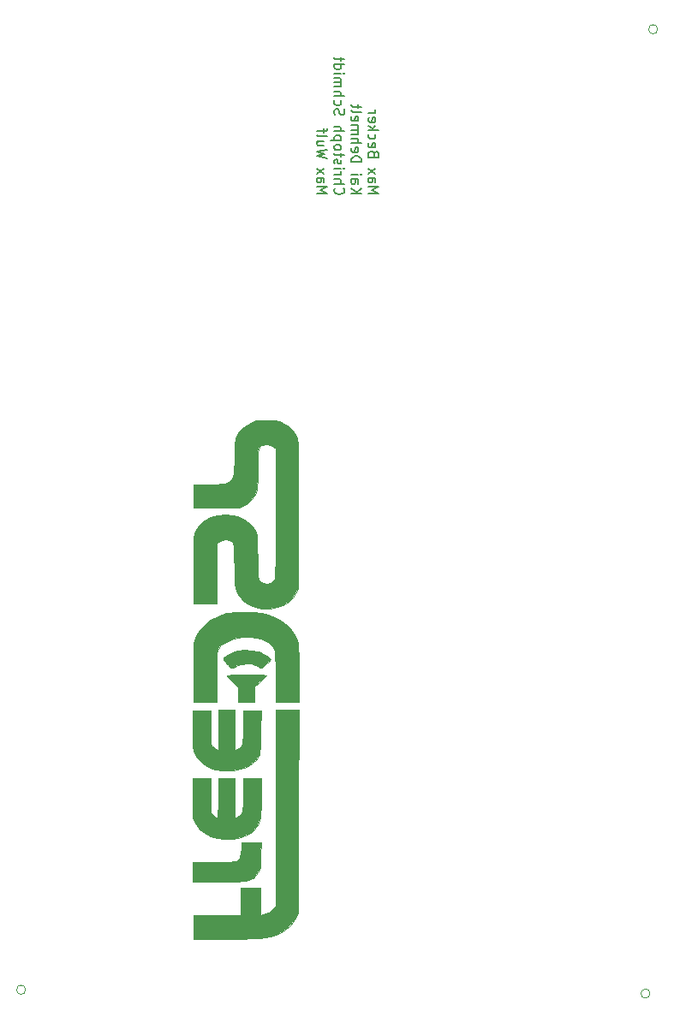
<source format=gbo>
G04 #@! TF.FileFunction,Legend,Bot*
%FSLAX46Y46*%
G04 Gerber Fmt 4.6, Leading zero omitted, Abs format (unit mm)*
G04 Created by KiCad (PCBNEW 4.0.6-e0-6349~52~ubuntu16.10.1) date Mon Jun 12 13:42:03 2017*
%MOMM*%
%LPD*%
G01*
G04 APERTURE LIST*
%ADD10C,0.100000*%
%ADD11C,0.200000*%
%ADD12C,0.010000*%
G04 APERTURE END LIST*
D10*
D11*
X106745619Y-76469905D02*
X107745619Y-76469905D01*
X107031333Y-76136571D01*
X107745619Y-75803238D01*
X106745619Y-75803238D01*
X106745619Y-74898476D02*
X107269429Y-74898476D01*
X107364667Y-74946095D01*
X107412286Y-75041333D01*
X107412286Y-75231810D01*
X107364667Y-75327048D01*
X106793238Y-74898476D02*
X106745619Y-74993714D01*
X106745619Y-75231810D01*
X106793238Y-75327048D01*
X106888476Y-75374667D01*
X106983714Y-75374667D01*
X107078952Y-75327048D01*
X107126571Y-75231810D01*
X107126571Y-74993714D01*
X107174190Y-74898476D01*
X106745619Y-74517524D02*
X107412286Y-73993714D01*
X107412286Y-74517524D02*
X106745619Y-73993714D01*
X107269429Y-72517523D02*
X107221810Y-72374666D01*
X107174190Y-72327047D01*
X107078952Y-72279428D01*
X106936095Y-72279428D01*
X106840857Y-72327047D01*
X106793238Y-72374666D01*
X106745619Y-72469904D01*
X106745619Y-72850857D01*
X107745619Y-72850857D01*
X107745619Y-72517523D01*
X107698000Y-72422285D01*
X107650381Y-72374666D01*
X107555143Y-72327047D01*
X107459905Y-72327047D01*
X107364667Y-72374666D01*
X107317048Y-72422285D01*
X107269429Y-72517523D01*
X107269429Y-72850857D01*
X106793238Y-71469904D02*
X106745619Y-71565142D01*
X106745619Y-71755619D01*
X106793238Y-71850857D01*
X106888476Y-71898476D01*
X107269429Y-71898476D01*
X107364667Y-71850857D01*
X107412286Y-71755619D01*
X107412286Y-71565142D01*
X107364667Y-71469904D01*
X107269429Y-71422285D01*
X107174190Y-71422285D01*
X107078952Y-71898476D01*
X106793238Y-70565142D02*
X106745619Y-70660380D01*
X106745619Y-70850857D01*
X106793238Y-70946095D01*
X106840857Y-70993714D01*
X106936095Y-71041333D01*
X107221810Y-71041333D01*
X107317048Y-70993714D01*
X107364667Y-70946095D01*
X107412286Y-70850857D01*
X107412286Y-70660380D01*
X107364667Y-70565142D01*
X106745619Y-70136571D02*
X107745619Y-70136571D01*
X107126571Y-70041333D02*
X106745619Y-69755618D01*
X107412286Y-69755618D02*
X107031333Y-70136571D01*
X106793238Y-68946094D02*
X106745619Y-69041332D01*
X106745619Y-69231809D01*
X106793238Y-69327047D01*
X106888476Y-69374666D01*
X107269429Y-69374666D01*
X107364667Y-69327047D01*
X107412286Y-69231809D01*
X107412286Y-69041332D01*
X107364667Y-68946094D01*
X107269429Y-68898475D01*
X107174190Y-68898475D01*
X107078952Y-69374666D01*
X106745619Y-68469904D02*
X107412286Y-68469904D01*
X107221810Y-68469904D02*
X107317048Y-68422285D01*
X107364667Y-68374666D01*
X107412286Y-68279428D01*
X107412286Y-68184189D01*
X105045619Y-76469905D02*
X106045619Y-76469905D01*
X105045619Y-75898476D02*
X105617048Y-76327048D01*
X106045619Y-75898476D02*
X105474190Y-76469905D01*
X105045619Y-75041333D02*
X105569429Y-75041333D01*
X105664667Y-75088952D01*
X105712286Y-75184190D01*
X105712286Y-75374667D01*
X105664667Y-75469905D01*
X105093238Y-75041333D02*
X105045619Y-75136571D01*
X105045619Y-75374667D01*
X105093238Y-75469905D01*
X105188476Y-75517524D01*
X105283714Y-75517524D01*
X105378952Y-75469905D01*
X105426571Y-75374667D01*
X105426571Y-75136571D01*
X105474190Y-75041333D01*
X105045619Y-74565143D02*
X105712286Y-74565143D01*
X106045619Y-74565143D02*
X105998000Y-74612762D01*
X105950381Y-74565143D01*
X105998000Y-74517524D01*
X106045619Y-74565143D01*
X105950381Y-74565143D01*
X105045619Y-73327048D02*
X106045619Y-73327048D01*
X106045619Y-73088953D01*
X105998000Y-72946095D01*
X105902762Y-72850857D01*
X105807524Y-72803238D01*
X105617048Y-72755619D01*
X105474190Y-72755619D01*
X105283714Y-72803238D01*
X105188476Y-72850857D01*
X105093238Y-72946095D01*
X105045619Y-73088953D01*
X105045619Y-73327048D01*
X105093238Y-71946095D02*
X105045619Y-72041333D01*
X105045619Y-72231810D01*
X105093238Y-72327048D01*
X105188476Y-72374667D01*
X105569429Y-72374667D01*
X105664667Y-72327048D01*
X105712286Y-72231810D01*
X105712286Y-72041333D01*
X105664667Y-71946095D01*
X105569429Y-71898476D01*
X105474190Y-71898476D01*
X105378952Y-72374667D01*
X105045619Y-71469905D02*
X106045619Y-71469905D01*
X105045619Y-71041333D02*
X105569429Y-71041333D01*
X105664667Y-71088952D01*
X105712286Y-71184190D01*
X105712286Y-71327048D01*
X105664667Y-71422286D01*
X105617048Y-71469905D01*
X105045619Y-70565143D02*
X105712286Y-70565143D01*
X105617048Y-70565143D02*
X105664667Y-70517524D01*
X105712286Y-70422286D01*
X105712286Y-70279428D01*
X105664667Y-70184190D01*
X105569429Y-70136571D01*
X105045619Y-70136571D01*
X105569429Y-70136571D02*
X105664667Y-70088952D01*
X105712286Y-69993714D01*
X105712286Y-69850857D01*
X105664667Y-69755619D01*
X105569429Y-69708000D01*
X105045619Y-69708000D01*
X105093238Y-68850857D02*
X105045619Y-68946095D01*
X105045619Y-69136572D01*
X105093238Y-69231810D01*
X105188476Y-69279429D01*
X105569429Y-69279429D01*
X105664667Y-69231810D01*
X105712286Y-69136572D01*
X105712286Y-68946095D01*
X105664667Y-68850857D01*
X105569429Y-68803238D01*
X105474190Y-68803238D01*
X105378952Y-69279429D01*
X105045619Y-68231810D02*
X105093238Y-68327048D01*
X105188476Y-68374667D01*
X106045619Y-68374667D01*
X105712286Y-67993714D02*
X105712286Y-67612762D01*
X106045619Y-67850857D02*
X105188476Y-67850857D01*
X105093238Y-67803238D01*
X105045619Y-67708000D01*
X105045619Y-67612762D01*
X103440857Y-75898476D02*
X103393238Y-75946095D01*
X103345619Y-76088952D01*
X103345619Y-76184190D01*
X103393238Y-76327048D01*
X103488476Y-76422286D01*
X103583714Y-76469905D01*
X103774190Y-76517524D01*
X103917048Y-76517524D01*
X104107524Y-76469905D01*
X104202762Y-76422286D01*
X104298000Y-76327048D01*
X104345619Y-76184190D01*
X104345619Y-76088952D01*
X104298000Y-75946095D01*
X104250381Y-75898476D01*
X103345619Y-75469905D02*
X104345619Y-75469905D01*
X103345619Y-75041333D02*
X103869429Y-75041333D01*
X103964667Y-75088952D01*
X104012286Y-75184190D01*
X104012286Y-75327048D01*
X103964667Y-75422286D01*
X103917048Y-75469905D01*
X103345619Y-74565143D02*
X104012286Y-74565143D01*
X103821810Y-74565143D02*
X103917048Y-74517524D01*
X103964667Y-74469905D01*
X104012286Y-74374667D01*
X104012286Y-74279428D01*
X103345619Y-73946095D02*
X104012286Y-73946095D01*
X104345619Y-73946095D02*
X104298000Y-73993714D01*
X104250381Y-73946095D01*
X104298000Y-73898476D01*
X104345619Y-73946095D01*
X104250381Y-73946095D01*
X103393238Y-73517524D02*
X103345619Y-73422286D01*
X103345619Y-73231810D01*
X103393238Y-73136571D01*
X103488476Y-73088952D01*
X103536095Y-73088952D01*
X103631333Y-73136571D01*
X103678952Y-73231810D01*
X103678952Y-73374667D01*
X103726571Y-73469905D01*
X103821810Y-73517524D01*
X103869429Y-73517524D01*
X103964667Y-73469905D01*
X104012286Y-73374667D01*
X104012286Y-73231810D01*
X103964667Y-73136571D01*
X104012286Y-72803238D02*
X104012286Y-72422286D01*
X104345619Y-72660381D02*
X103488476Y-72660381D01*
X103393238Y-72612762D01*
X103345619Y-72517524D01*
X103345619Y-72422286D01*
X103345619Y-71946095D02*
X103393238Y-72041333D01*
X103440857Y-72088952D01*
X103536095Y-72136571D01*
X103821810Y-72136571D01*
X103917048Y-72088952D01*
X103964667Y-72041333D01*
X104012286Y-71946095D01*
X104012286Y-71803237D01*
X103964667Y-71707999D01*
X103917048Y-71660380D01*
X103821810Y-71612761D01*
X103536095Y-71612761D01*
X103440857Y-71660380D01*
X103393238Y-71707999D01*
X103345619Y-71803237D01*
X103345619Y-71946095D01*
X104012286Y-71184190D02*
X103012286Y-71184190D01*
X103964667Y-71184190D02*
X104012286Y-71088952D01*
X104012286Y-70898475D01*
X103964667Y-70803237D01*
X103917048Y-70755618D01*
X103821810Y-70707999D01*
X103536095Y-70707999D01*
X103440857Y-70755618D01*
X103393238Y-70803237D01*
X103345619Y-70898475D01*
X103345619Y-71088952D01*
X103393238Y-71184190D01*
X103345619Y-70279428D02*
X104345619Y-70279428D01*
X103345619Y-69850856D02*
X103869429Y-69850856D01*
X103964667Y-69898475D01*
X104012286Y-69993713D01*
X104012286Y-70136571D01*
X103964667Y-70231809D01*
X103917048Y-70279428D01*
X103393238Y-68660380D02*
X103345619Y-68517523D01*
X103345619Y-68279427D01*
X103393238Y-68184189D01*
X103440857Y-68136570D01*
X103536095Y-68088951D01*
X103631333Y-68088951D01*
X103726571Y-68136570D01*
X103774190Y-68184189D01*
X103821810Y-68279427D01*
X103869429Y-68469904D01*
X103917048Y-68565142D01*
X103964667Y-68612761D01*
X104059905Y-68660380D01*
X104155143Y-68660380D01*
X104250381Y-68612761D01*
X104298000Y-68565142D01*
X104345619Y-68469904D01*
X104345619Y-68231808D01*
X104298000Y-68088951D01*
X103393238Y-67231808D02*
X103345619Y-67327046D01*
X103345619Y-67517523D01*
X103393238Y-67612761D01*
X103440857Y-67660380D01*
X103536095Y-67707999D01*
X103821810Y-67707999D01*
X103917048Y-67660380D01*
X103964667Y-67612761D01*
X104012286Y-67517523D01*
X104012286Y-67327046D01*
X103964667Y-67231808D01*
X103345619Y-66803237D02*
X104345619Y-66803237D01*
X103345619Y-66374665D02*
X103869429Y-66374665D01*
X103964667Y-66422284D01*
X104012286Y-66517522D01*
X104012286Y-66660380D01*
X103964667Y-66755618D01*
X103917048Y-66803237D01*
X103345619Y-65898475D02*
X104012286Y-65898475D01*
X103917048Y-65898475D02*
X103964667Y-65850856D01*
X104012286Y-65755618D01*
X104012286Y-65612760D01*
X103964667Y-65517522D01*
X103869429Y-65469903D01*
X103345619Y-65469903D01*
X103869429Y-65469903D02*
X103964667Y-65422284D01*
X104012286Y-65327046D01*
X104012286Y-65184189D01*
X103964667Y-65088951D01*
X103869429Y-65041332D01*
X103345619Y-65041332D01*
X103345619Y-64565142D02*
X104012286Y-64565142D01*
X104345619Y-64565142D02*
X104298000Y-64612761D01*
X104250381Y-64565142D01*
X104298000Y-64517523D01*
X104345619Y-64565142D01*
X104250381Y-64565142D01*
X103345619Y-63660380D02*
X104345619Y-63660380D01*
X103393238Y-63660380D02*
X103345619Y-63755618D01*
X103345619Y-63946095D01*
X103393238Y-64041333D01*
X103440857Y-64088952D01*
X103536095Y-64136571D01*
X103821810Y-64136571D01*
X103917048Y-64088952D01*
X103964667Y-64041333D01*
X104012286Y-63946095D01*
X104012286Y-63755618D01*
X103964667Y-63660380D01*
X104012286Y-63327047D02*
X104012286Y-62946095D01*
X104345619Y-63184190D02*
X103488476Y-63184190D01*
X103393238Y-63136571D01*
X103345619Y-63041333D01*
X103345619Y-62946095D01*
X101645619Y-76469905D02*
X102645619Y-76469905D01*
X101931333Y-76136571D01*
X102645619Y-75803238D01*
X101645619Y-75803238D01*
X101645619Y-74898476D02*
X102169429Y-74898476D01*
X102264667Y-74946095D01*
X102312286Y-75041333D01*
X102312286Y-75231810D01*
X102264667Y-75327048D01*
X101693238Y-74898476D02*
X101645619Y-74993714D01*
X101645619Y-75231810D01*
X101693238Y-75327048D01*
X101788476Y-75374667D01*
X101883714Y-75374667D01*
X101978952Y-75327048D01*
X102026571Y-75231810D01*
X102026571Y-74993714D01*
X102074190Y-74898476D01*
X101645619Y-74517524D02*
X102312286Y-73993714D01*
X102312286Y-74517524D02*
X101645619Y-73993714D01*
X102645619Y-72946095D02*
X101645619Y-72708000D01*
X102359905Y-72517523D01*
X101645619Y-72327047D01*
X102645619Y-72088952D01*
X102312286Y-71279428D02*
X101645619Y-71279428D01*
X102312286Y-71708000D02*
X101788476Y-71708000D01*
X101693238Y-71660381D01*
X101645619Y-71565143D01*
X101645619Y-71422285D01*
X101693238Y-71327047D01*
X101740857Y-71279428D01*
X101645619Y-70660381D02*
X101693238Y-70755619D01*
X101788476Y-70803238D01*
X102645619Y-70803238D01*
X102312286Y-70422285D02*
X102312286Y-70041333D01*
X101645619Y-70279428D02*
X102502762Y-70279428D01*
X102598000Y-70231809D01*
X102645619Y-70136571D01*
X102645619Y-70041333D01*
D12*
G36*
X94149333Y-140631334D02*
X94149333Y-141226720D01*
X94118533Y-141740619D01*
X94021713Y-142112216D01*
X93852244Y-142357786D01*
X93637806Y-142482543D01*
X93445460Y-142517219D01*
X93094501Y-142544598D01*
X92595513Y-142564236D01*
X91959078Y-142575691D01*
X91342699Y-142578667D01*
X89323333Y-142578667D01*
X89323333Y-144526000D01*
X91805633Y-144526000D01*
X92622234Y-144523644D01*
X93289124Y-144514848D01*
X93825880Y-144497019D01*
X94252079Y-144467566D01*
X94587299Y-144423896D01*
X94851118Y-144363417D01*
X95063113Y-144283539D01*
X95242863Y-144181667D01*
X95409944Y-144055211D01*
X95419031Y-144047596D01*
X95644850Y-143833443D01*
X95812007Y-143605316D01*
X95929798Y-143332802D01*
X96007519Y-142985486D01*
X96054470Y-142532956D01*
X96079946Y-141944799D01*
X96081601Y-141880167D01*
X96112197Y-140631334D01*
X94149333Y-140631334D01*
X94149333Y-140631334D01*
G37*
X94149333Y-140631334D02*
X94149333Y-141226720D01*
X94118533Y-141740619D01*
X94021713Y-142112216D01*
X93852244Y-142357786D01*
X93637806Y-142482543D01*
X93445460Y-142517219D01*
X93094501Y-142544598D01*
X92595513Y-142564236D01*
X91959078Y-142575691D01*
X91342699Y-142578667D01*
X89323333Y-142578667D01*
X89323333Y-144526000D01*
X91805633Y-144526000D01*
X92622234Y-144523644D01*
X93289124Y-144514848D01*
X93825880Y-144497019D01*
X94252079Y-144467566D01*
X94587299Y-144423896D01*
X94851118Y-144363417D01*
X95063113Y-144283539D01*
X95242863Y-144181667D01*
X95409944Y-144055211D01*
X95419031Y-144047596D01*
X95644850Y-143833443D01*
X95812007Y-143605316D01*
X95929798Y-143332802D01*
X96007519Y-142985486D01*
X96054470Y-142532956D01*
X96079946Y-141944799D01*
X96081601Y-141880167D01*
X96112197Y-140631334D01*
X94149333Y-140631334D01*
G36*
X94318666Y-134281334D02*
X94318666Y-135958485D01*
X94317550Y-136554496D01*
X94310880Y-137005774D01*
X94293671Y-137336918D01*
X94260940Y-137572527D01*
X94207705Y-137737201D01*
X94128981Y-137855538D01*
X94019784Y-137952138D01*
X93897661Y-138036613D01*
X93765886Y-138121050D01*
X93664571Y-138165481D01*
X93589713Y-138152903D01*
X93537308Y-138066311D01*
X93503352Y-137888703D01*
X93483843Y-137603075D01*
X93474777Y-137192421D01*
X93472150Y-136639739D01*
X93472000Y-136228667D01*
X93472000Y-134281334D01*
X91863333Y-134281334D01*
X91863333Y-136228667D01*
X91861404Y-136782534D01*
X91855993Y-137275137D01*
X91847665Y-137682841D01*
X91836984Y-137982010D01*
X91824517Y-138149009D01*
X91816795Y-138176000D01*
X91659292Y-138124364D01*
X91452760Y-138001141D01*
X91268528Y-137853858D01*
X91188510Y-137757357D01*
X91158726Y-137616846D01*
X91134028Y-137330121D01*
X91115520Y-136920252D01*
X91104308Y-136410312D01*
X91101333Y-135937900D01*
X91101333Y-134281334D01*
X89323333Y-134281334D01*
X89336019Y-136122834D01*
X89341317Y-136677762D01*
X89348948Y-137186728D01*
X89358265Y-137621338D01*
X89368621Y-137953200D01*
X89379370Y-138153924D01*
X89383054Y-138187614D01*
X89444681Y-138380265D01*
X89568674Y-138648184D01*
X89688405Y-138864948D01*
X90060115Y-139329601D01*
X90550283Y-139704713D01*
X91132358Y-139988189D01*
X91779791Y-140177933D01*
X92466031Y-140271851D01*
X93164529Y-140267846D01*
X93848736Y-140163824D01*
X94492100Y-139957689D01*
X95068073Y-139647345D01*
X95464340Y-139320783D01*
X95649600Y-139122227D01*
X95795023Y-138924547D01*
X95905349Y-138704456D01*
X95985318Y-138438663D01*
X96039668Y-138103879D01*
X96073138Y-137676816D01*
X96090470Y-137134183D01*
X96096401Y-136452691D01*
X96096666Y-136213585D01*
X96096666Y-134281334D01*
X94318666Y-134281334D01*
X94318666Y-134281334D01*
G37*
X94318666Y-134281334D02*
X94318666Y-135958485D01*
X94317550Y-136554496D01*
X94310880Y-137005774D01*
X94293671Y-137336918D01*
X94260940Y-137572527D01*
X94207705Y-137737201D01*
X94128981Y-137855538D01*
X94019784Y-137952138D01*
X93897661Y-138036613D01*
X93765886Y-138121050D01*
X93664571Y-138165481D01*
X93589713Y-138152903D01*
X93537308Y-138066311D01*
X93503352Y-137888703D01*
X93483843Y-137603075D01*
X93474777Y-137192421D01*
X93472150Y-136639739D01*
X93472000Y-136228667D01*
X93472000Y-134281334D01*
X91863333Y-134281334D01*
X91863333Y-136228667D01*
X91861404Y-136782534D01*
X91855993Y-137275137D01*
X91847665Y-137682841D01*
X91836984Y-137982010D01*
X91824517Y-138149009D01*
X91816795Y-138176000D01*
X91659292Y-138124364D01*
X91452760Y-138001141D01*
X91268528Y-137853858D01*
X91188510Y-137757357D01*
X91158726Y-137616846D01*
X91134028Y-137330121D01*
X91115520Y-136920252D01*
X91104308Y-136410312D01*
X91101333Y-135937900D01*
X91101333Y-134281334D01*
X89323333Y-134281334D01*
X89336019Y-136122834D01*
X89341317Y-136677762D01*
X89348948Y-137186728D01*
X89358265Y-137621338D01*
X89368621Y-137953200D01*
X89379370Y-138153924D01*
X89383054Y-138187614D01*
X89444681Y-138380265D01*
X89568674Y-138648184D01*
X89688405Y-138864948D01*
X90060115Y-139329601D01*
X90550283Y-139704713D01*
X91132358Y-139988189D01*
X91779791Y-140177933D01*
X92466031Y-140271851D01*
X93164529Y-140267846D01*
X93848736Y-140163824D01*
X94492100Y-139957689D01*
X95068073Y-139647345D01*
X95464340Y-139320783D01*
X95649600Y-139122227D01*
X95795023Y-138924547D01*
X95905349Y-138704456D01*
X95985318Y-138438663D01*
X96039668Y-138103879D01*
X96073138Y-137676816D01*
X96090470Y-137134183D01*
X96096401Y-136452691D01*
X96096666Y-136213585D01*
X96096666Y-134281334D01*
X94318666Y-134281334D01*
G36*
X94318666Y-127592667D02*
X94318666Y-129232249D01*
X94317452Y-129803542D01*
X94312276Y-130230784D01*
X94300836Y-130539247D01*
X94280832Y-130754206D01*
X94249962Y-130900933D01*
X94205925Y-131004702D01*
X94149843Y-131086456D01*
X93942888Y-131273263D01*
X93726510Y-131389803D01*
X93472000Y-131478525D01*
X93472000Y-127508000D01*
X91863333Y-127508000D01*
X91863333Y-131493292D01*
X91672833Y-131395066D01*
X91464175Y-131261655D01*
X91291833Y-131123328D01*
X91226811Y-131057989D01*
X91178563Y-130981011D01*
X91144590Y-130868091D01*
X91122392Y-130694923D01*
X91109469Y-130437202D01*
X91103321Y-130070624D01*
X91101448Y-129570882D01*
X91101333Y-129271242D01*
X91101333Y-127592667D01*
X89323333Y-127592667D01*
X89326097Y-129434167D01*
X89328972Y-130067928D01*
X89336681Y-130558953D01*
X89351062Y-130933813D01*
X89373956Y-131219081D01*
X89407201Y-131441327D01*
X89452638Y-131627122D01*
X89484852Y-131727350D01*
X89751198Y-132241940D01*
X90169186Y-132693260D01*
X90730225Y-133072812D01*
X90961246Y-133188258D01*
X91263740Y-133319152D01*
X91525785Y-133404751D01*
X91804654Y-133457073D01*
X92157619Y-133488138D01*
X92460422Y-133502895D01*
X93327263Y-133488573D01*
X94072778Y-133366491D01*
X94709096Y-133133119D01*
X95248344Y-132784926D01*
X95405586Y-132645631D01*
X95595100Y-132458092D01*
X95743722Y-132283344D01*
X95856741Y-132097884D01*
X95939450Y-131878213D01*
X95997138Y-131600828D01*
X96035098Y-131242229D01*
X96058620Y-130778913D01*
X96072995Y-130187380D01*
X96080951Y-129645834D01*
X96107569Y-127592667D01*
X94318666Y-127592667D01*
X94318666Y-127592667D01*
G37*
X94318666Y-127592667D02*
X94318666Y-129232249D01*
X94317452Y-129803542D01*
X94312276Y-130230784D01*
X94300836Y-130539247D01*
X94280832Y-130754206D01*
X94249962Y-130900933D01*
X94205925Y-131004702D01*
X94149843Y-131086456D01*
X93942888Y-131273263D01*
X93726510Y-131389803D01*
X93472000Y-131478525D01*
X93472000Y-127508000D01*
X91863333Y-127508000D01*
X91863333Y-131493292D01*
X91672833Y-131395066D01*
X91464175Y-131261655D01*
X91291833Y-131123328D01*
X91226811Y-131057989D01*
X91178563Y-130981011D01*
X91144590Y-130868091D01*
X91122392Y-130694923D01*
X91109469Y-130437202D01*
X91103321Y-130070624D01*
X91101448Y-129570882D01*
X91101333Y-129271242D01*
X91101333Y-127592667D01*
X89323333Y-127592667D01*
X89326097Y-129434167D01*
X89328972Y-130067928D01*
X89336681Y-130558953D01*
X89351062Y-130933813D01*
X89373956Y-131219081D01*
X89407201Y-131441327D01*
X89452638Y-131627122D01*
X89484852Y-131727350D01*
X89751198Y-132241940D01*
X90169186Y-132693260D01*
X90730225Y-133072812D01*
X90961246Y-133188258D01*
X91263740Y-133319152D01*
X91525785Y-133404751D01*
X91804654Y-133457073D01*
X92157619Y-133488138D01*
X92460422Y-133502895D01*
X93327263Y-133488573D01*
X94072778Y-133366491D01*
X94709096Y-133133119D01*
X95248344Y-132784926D01*
X95405586Y-132645631D01*
X95595100Y-132458092D01*
X95743722Y-132283344D01*
X95856741Y-132097884D01*
X95939450Y-131878213D01*
X95997138Y-131600828D01*
X96035098Y-131242229D01*
X96058620Y-130778913D01*
X96072995Y-130187380D01*
X96080951Y-129645834D01*
X96107569Y-127592667D01*
X94318666Y-127592667D01*
G36*
X97536000Y-127508000D02*
X97536000Y-146871626D01*
X97345500Y-147151948D01*
X97049824Y-147451136D01*
X96641149Y-147674051D01*
X96287166Y-147774198D01*
X96012000Y-147823767D01*
X96012000Y-145118667D01*
X94064666Y-145118667D01*
X94064666Y-147828000D01*
X89408000Y-147828000D01*
X89408000Y-150198667D01*
X92053833Y-150197943D01*
X93260732Y-150190832D01*
X94304601Y-150169998D01*
X95191211Y-150135132D01*
X95926333Y-150085922D01*
X96515738Y-150022059D01*
X96965197Y-149943233D01*
X97016535Y-149931168D01*
X97802829Y-149667410D01*
X98473965Y-149290369D01*
X99022034Y-148805883D01*
X99439128Y-148219791D01*
X99504506Y-148094205D01*
X99779666Y-147535321D01*
X99802519Y-137521661D01*
X99825371Y-127508000D01*
X97536000Y-127508000D01*
X97536000Y-127508000D01*
G37*
X97536000Y-127508000D02*
X97536000Y-146871626D01*
X97345500Y-147151948D01*
X97049824Y-147451136D01*
X96641149Y-147674051D01*
X96287166Y-147774198D01*
X96012000Y-147823767D01*
X96012000Y-145118667D01*
X94064666Y-145118667D01*
X94064666Y-147828000D01*
X89408000Y-147828000D01*
X89408000Y-150198667D01*
X92053833Y-150197943D01*
X93260732Y-150190832D01*
X94304601Y-150169998D01*
X95191211Y-150135132D01*
X95926333Y-150085922D01*
X96515738Y-150022059D01*
X96965197Y-149943233D01*
X97016535Y-149931168D01*
X97802829Y-149667410D01*
X98473965Y-149290369D01*
X99022034Y-148805883D01*
X99439128Y-148219791D01*
X99504506Y-148094205D01*
X99779666Y-147535321D01*
X99802519Y-137521661D01*
X99825371Y-127508000D01*
X97536000Y-127508000D01*
G36*
X99821297Y-123140143D02*
X99818508Y-122510596D01*
X99812610Y-122009511D01*
X99802581Y-121616454D01*
X99787400Y-121310991D01*
X99766044Y-121072687D01*
X99737491Y-120881110D01*
X99700719Y-120715824D01*
X99654706Y-120556396D01*
X99653672Y-120553086D01*
X99371461Y-119929979D01*
X98938118Y-119363731D01*
X98365037Y-118863680D01*
X97663615Y-118439169D01*
X96845247Y-118099536D01*
X96546189Y-118006151D01*
X96063968Y-117905234D01*
X95465591Y-117837939D01*
X94800960Y-117804751D01*
X94119978Y-117806158D01*
X93472548Y-117842645D01*
X92908574Y-117914698D01*
X92657462Y-117968268D01*
X91850530Y-118240690D01*
X91129250Y-118615573D01*
X90511802Y-119078417D01*
X90016364Y-119614722D01*
X89661114Y-120209988D01*
X89573864Y-120427856D01*
X89529112Y-120566327D01*
X89493167Y-120713231D01*
X89465076Y-120888094D01*
X89443883Y-121110439D01*
X89428637Y-121399792D01*
X89418382Y-121775675D01*
X89412165Y-122257614D01*
X89409032Y-122865133D01*
X89408030Y-123617756D01*
X89408000Y-123822885D01*
X89408000Y-126746000D01*
X91694000Y-126746000D01*
X91695393Y-124269500D01*
X91696201Y-123555915D01*
X91698675Y-122991022D01*
X91704228Y-122554185D01*
X91714274Y-122224763D01*
X91730228Y-121982117D01*
X91753503Y-121805609D01*
X91785514Y-121674598D01*
X91827674Y-121568445D01*
X91881398Y-121466512D01*
X91888264Y-121454334D01*
X92186780Y-121089202D01*
X92613648Y-120791419D01*
X93140565Y-120564049D01*
X93739230Y-120410156D01*
X94381337Y-120332802D01*
X95038585Y-120335051D01*
X95682670Y-120419968D01*
X96285288Y-120590615D01*
X96818137Y-120850055D01*
X96910709Y-120910708D01*
X97078431Y-121030824D01*
X97213127Y-121148871D01*
X97318414Y-121284118D01*
X97397912Y-121455834D01*
X97455240Y-121683288D01*
X97494017Y-121985749D01*
X97517862Y-122382486D01*
X97530394Y-122892767D01*
X97535233Y-123535863D01*
X97536000Y-124239963D01*
X97536000Y-126746000D01*
X99822000Y-126746000D01*
X99822000Y-123918586D01*
X99821297Y-123140143D01*
X99821297Y-123140143D01*
G37*
X99821297Y-123140143D02*
X99818508Y-122510596D01*
X99812610Y-122009511D01*
X99802581Y-121616454D01*
X99787400Y-121310991D01*
X99766044Y-121072687D01*
X99737491Y-120881110D01*
X99700719Y-120715824D01*
X99654706Y-120556396D01*
X99653672Y-120553086D01*
X99371461Y-119929979D01*
X98938118Y-119363731D01*
X98365037Y-118863680D01*
X97663615Y-118439169D01*
X96845247Y-118099536D01*
X96546189Y-118006151D01*
X96063968Y-117905234D01*
X95465591Y-117837939D01*
X94800960Y-117804751D01*
X94119978Y-117806158D01*
X93472548Y-117842645D01*
X92908574Y-117914698D01*
X92657462Y-117968268D01*
X91850530Y-118240690D01*
X91129250Y-118615573D01*
X90511802Y-119078417D01*
X90016364Y-119614722D01*
X89661114Y-120209988D01*
X89573864Y-120427856D01*
X89529112Y-120566327D01*
X89493167Y-120713231D01*
X89465076Y-120888094D01*
X89443883Y-121110439D01*
X89428637Y-121399792D01*
X89418382Y-121775675D01*
X89412165Y-122257614D01*
X89409032Y-122865133D01*
X89408030Y-123617756D01*
X89408000Y-123822885D01*
X89408000Y-126746000D01*
X91694000Y-126746000D01*
X91695393Y-124269500D01*
X91696201Y-123555915D01*
X91698675Y-122991022D01*
X91704228Y-122554185D01*
X91714274Y-122224763D01*
X91730228Y-121982117D01*
X91753503Y-121805609D01*
X91785514Y-121674598D01*
X91827674Y-121568445D01*
X91881398Y-121466512D01*
X91888264Y-121454334D01*
X92186780Y-121089202D01*
X92613648Y-120791419D01*
X93140565Y-120564049D01*
X93739230Y-120410156D01*
X94381337Y-120332802D01*
X95038585Y-120335051D01*
X95682670Y-120419968D01*
X96285288Y-120590615D01*
X96818137Y-120850055D01*
X96910709Y-120910708D01*
X97078431Y-121030824D01*
X97213127Y-121148871D01*
X97318414Y-121284118D01*
X97397912Y-121455834D01*
X97455240Y-121683288D01*
X97494017Y-121985749D01*
X97517862Y-122382486D01*
X97530394Y-122892767D01*
X97535233Y-123535863D01*
X97536000Y-124239963D01*
X97536000Y-126746000D01*
X99822000Y-126746000D01*
X99822000Y-123918586D01*
X99821297Y-123140143D01*
G36*
X99779612Y-106876427D02*
X99779277Y-105749492D01*
X99778408Y-104769834D01*
X99776750Y-103926425D01*
X99774048Y-103208237D01*
X99770047Y-102604241D01*
X99764492Y-102103410D01*
X99757129Y-101694715D01*
X99747702Y-101367128D01*
X99735957Y-101109620D01*
X99721638Y-100911165D01*
X99704492Y-100760733D01*
X99684263Y-100647297D01*
X99660696Y-100559827D01*
X99633536Y-100487297D01*
X99602530Y-100418678D01*
X99600646Y-100414667D01*
X99271570Y-99907075D01*
X98799569Y-99465230D01*
X98213333Y-99111911D01*
X97967961Y-98999193D01*
X97761645Y-98924193D01*
X97548957Y-98879265D01*
X97284469Y-98856765D01*
X96922754Y-98849048D01*
X96647000Y-98848334D01*
X96202595Y-98851378D01*
X95882032Y-98865297D01*
X95639858Y-98897267D01*
X95430622Y-98954467D01*
X95208871Y-99044074D01*
X95103161Y-99092133D01*
X94644959Y-99363878D01*
X94215928Y-99726481D01*
X93863684Y-100134120D01*
X93661025Y-100479959D01*
X93610313Y-100630335D01*
X93569948Y-100840679D01*
X93537926Y-101133776D01*
X93512244Y-101532407D01*
X93490898Y-102059355D01*
X93475594Y-102588772D01*
X93459081Y-103189803D01*
X93442680Y-103645745D01*
X93423719Y-103980820D01*
X93399527Y-104219248D01*
X93367433Y-104385252D01*
X93324765Y-104503053D01*
X93268852Y-104596873D01*
X93251483Y-104620772D01*
X93096749Y-104810131D01*
X92935278Y-104953608D01*
X92741001Y-105058071D01*
X92487848Y-105130387D01*
X92149753Y-105177424D01*
X91700645Y-105206049D01*
X91114457Y-105223129D01*
X90953166Y-105226225D01*
X89408000Y-105254116D01*
X89408000Y-107536767D01*
X91672833Y-107510550D01*
X93937666Y-107484334D01*
X94422319Y-107246340D01*
X94741922Y-107055530D01*
X95046455Y-106818914D01*
X95200891Y-106664969D01*
X95372959Y-106448486D01*
X95505910Y-106233646D01*
X95604664Y-105994992D01*
X95674145Y-105707067D01*
X95719273Y-105344414D01*
X95744972Y-104881575D01*
X95756162Y-104293093D01*
X95758000Y-103783532D01*
X95762785Y-103060505D01*
X95781398Y-102489124D01*
X95820226Y-102051866D01*
X95885655Y-101731209D01*
X95984072Y-101509628D01*
X96121864Y-101369601D01*
X96305417Y-101293605D01*
X96541119Y-101264115D01*
X96677271Y-101261334D01*
X97026510Y-101324090D01*
X97275504Y-101480527D01*
X97536000Y-101699720D01*
X97536000Y-108126860D01*
X97535924Y-109322079D01*
X97535495Y-110359489D01*
X97534411Y-111250618D01*
X97532372Y-112006989D01*
X97529074Y-112640130D01*
X97524217Y-113161564D01*
X97517499Y-113582819D01*
X97508618Y-113915419D01*
X97497272Y-114170890D01*
X97483161Y-114360758D01*
X97465983Y-114496547D01*
X97445435Y-114589784D01*
X97421216Y-114651994D01*
X97393025Y-114694703D01*
X97363285Y-114726715D01*
X97040728Y-114946992D01*
X96680488Y-115028308D01*
X96325199Y-114969908D01*
X96017496Y-114771034D01*
X95998003Y-114750943D01*
X95938206Y-114682724D01*
X95891406Y-114606583D01*
X95855529Y-114501558D01*
X95828502Y-114346687D01*
X95808252Y-114121008D01*
X95792703Y-113803559D01*
X95779784Y-113373376D01*
X95767419Y-112809499D01*
X95758000Y-112324854D01*
X95744395Y-111650344D01*
X95731098Y-111122769D01*
X95716089Y-110719747D01*
X95697345Y-110418895D01*
X95672848Y-110197833D01*
X95640575Y-110034177D01*
X95598505Y-109905545D01*
X95544619Y-109789555D01*
X95525877Y-109753933D01*
X95145774Y-109217645D01*
X94642455Y-108786243D01*
X94031768Y-108467990D01*
X93329562Y-108271155D01*
X92554287Y-108204000D01*
X91811190Y-108272433D01*
X91131043Y-108470185D01*
X90534115Y-108785938D01*
X90040676Y-109208373D01*
X89670997Y-109726170D01*
X89609979Y-109848121D01*
X89559826Y-109958536D01*
X89518828Y-110065043D01*
X89486056Y-110185137D01*
X89460584Y-110336310D01*
X89441485Y-110536057D01*
X89427832Y-110801871D01*
X89418697Y-111151245D01*
X89413154Y-111601672D01*
X89410276Y-112170648D01*
X89409135Y-112875664D01*
X89408827Y-113643834D01*
X89408000Y-117009334D01*
X91694000Y-117009334D01*
X91694000Y-111094957D01*
X91914256Y-110921704D01*
X92249891Y-110744850D01*
X92620735Y-110687067D01*
X92976781Y-110746371D01*
X93268022Y-110920780D01*
X93321026Y-110977499D01*
X93358437Y-111073942D01*
X93389913Y-111274416D01*
X93416336Y-111592336D01*
X93438585Y-112041119D01*
X93457544Y-112634180D01*
X93472000Y-113275557D01*
X93485280Y-113936980D01*
X93497786Y-114452726D01*
X93512004Y-114846422D01*
X93530418Y-115141693D01*
X93555514Y-115362164D01*
X93589775Y-115531461D01*
X93635687Y-115673210D01*
X93695735Y-115811036D01*
X93750560Y-115924043D01*
X93930765Y-116233486D01*
X94144399Y-116520435D01*
X94282853Y-116665034D01*
X94857425Y-117060947D01*
X95518270Y-117331342D01*
X96233829Y-117472313D01*
X96972543Y-117479951D01*
X97702851Y-117350350D01*
X98239107Y-117154806D01*
X98806236Y-116824260D01*
X99248250Y-116399816D01*
X99530204Y-115977997D01*
X99779666Y-115527667D01*
X99779666Y-108161667D01*
X99779612Y-106876427D01*
X99779612Y-106876427D01*
G37*
X99779612Y-106876427D02*
X99779277Y-105749492D01*
X99778408Y-104769834D01*
X99776750Y-103926425D01*
X99774048Y-103208237D01*
X99770047Y-102604241D01*
X99764492Y-102103410D01*
X99757129Y-101694715D01*
X99747702Y-101367128D01*
X99735957Y-101109620D01*
X99721638Y-100911165D01*
X99704492Y-100760733D01*
X99684263Y-100647297D01*
X99660696Y-100559827D01*
X99633536Y-100487297D01*
X99602530Y-100418678D01*
X99600646Y-100414667D01*
X99271570Y-99907075D01*
X98799569Y-99465230D01*
X98213333Y-99111911D01*
X97967961Y-98999193D01*
X97761645Y-98924193D01*
X97548957Y-98879265D01*
X97284469Y-98856765D01*
X96922754Y-98849048D01*
X96647000Y-98848334D01*
X96202595Y-98851378D01*
X95882032Y-98865297D01*
X95639858Y-98897267D01*
X95430622Y-98954467D01*
X95208871Y-99044074D01*
X95103161Y-99092133D01*
X94644959Y-99363878D01*
X94215928Y-99726481D01*
X93863684Y-100134120D01*
X93661025Y-100479959D01*
X93610313Y-100630335D01*
X93569948Y-100840679D01*
X93537926Y-101133776D01*
X93512244Y-101532407D01*
X93490898Y-102059355D01*
X93475594Y-102588772D01*
X93459081Y-103189803D01*
X93442680Y-103645745D01*
X93423719Y-103980820D01*
X93399527Y-104219248D01*
X93367433Y-104385252D01*
X93324765Y-104503053D01*
X93268852Y-104596873D01*
X93251483Y-104620772D01*
X93096749Y-104810131D01*
X92935278Y-104953608D01*
X92741001Y-105058071D01*
X92487848Y-105130387D01*
X92149753Y-105177424D01*
X91700645Y-105206049D01*
X91114457Y-105223129D01*
X90953166Y-105226225D01*
X89408000Y-105254116D01*
X89408000Y-107536767D01*
X91672833Y-107510550D01*
X93937666Y-107484334D01*
X94422319Y-107246340D01*
X94741922Y-107055530D01*
X95046455Y-106818914D01*
X95200891Y-106664969D01*
X95372959Y-106448486D01*
X95505910Y-106233646D01*
X95604664Y-105994992D01*
X95674145Y-105707067D01*
X95719273Y-105344414D01*
X95744972Y-104881575D01*
X95756162Y-104293093D01*
X95758000Y-103783532D01*
X95762785Y-103060505D01*
X95781398Y-102489124D01*
X95820226Y-102051866D01*
X95885655Y-101731209D01*
X95984072Y-101509628D01*
X96121864Y-101369601D01*
X96305417Y-101293605D01*
X96541119Y-101264115D01*
X96677271Y-101261334D01*
X97026510Y-101324090D01*
X97275504Y-101480527D01*
X97536000Y-101699720D01*
X97536000Y-108126860D01*
X97535924Y-109322079D01*
X97535495Y-110359489D01*
X97534411Y-111250618D01*
X97532372Y-112006989D01*
X97529074Y-112640130D01*
X97524217Y-113161564D01*
X97517499Y-113582819D01*
X97508618Y-113915419D01*
X97497272Y-114170890D01*
X97483161Y-114360758D01*
X97465983Y-114496547D01*
X97445435Y-114589784D01*
X97421216Y-114651994D01*
X97393025Y-114694703D01*
X97363285Y-114726715D01*
X97040728Y-114946992D01*
X96680488Y-115028308D01*
X96325199Y-114969908D01*
X96017496Y-114771034D01*
X95998003Y-114750943D01*
X95938206Y-114682724D01*
X95891406Y-114606583D01*
X95855529Y-114501558D01*
X95828502Y-114346687D01*
X95808252Y-114121008D01*
X95792703Y-113803559D01*
X95779784Y-113373376D01*
X95767419Y-112809499D01*
X95758000Y-112324854D01*
X95744395Y-111650344D01*
X95731098Y-111122769D01*
X95716089Y-110719747D01*
X95697345Y-110418895D01*
X95672848Y-110197833D01*
X95640575Y-110034177D01*
X95598505Y-109905545D01*
X95544619Y-109789555D01*
X95525877Y-109753933D01*
X95145774Y-109217645D01*
X94642455Y-108786243D01*
X94031768Y-108467990D01*
X93329562Y-108271155D01*
X92554287Y-108204000D01*
X91811190Y-108272433D01*
X91131043Y-108470185D01*
X90534115Y-108785938D01*
X90040676Y-109208373D01*
X89670997Y-109726170D01*
X89609979Y-109848121D01*
X89559826Y-109958536D01*
X89518828Y-110065043D01*
X89486056Y-110185137D01*
X89460584Y-110336310D01*
X89441485Y-110536057D01*
X89427832Y-110801871D01*
X89418697Y-111151245D01*
X89413154Y-111601672D01*
X89410276Y-112170648D01*
X89409135Y-112875664D01*
X89408827Y-113643834D01*
X89408000Y-117009334D01*
X91694000Y-117009334D01*
X91694000Y-111094957D01*
X91914256Y-110921704D01*
X92249891Y-110744850D01*
X92620735Y-110687067D01*
X92976781Y-110746371D01*
X93268022Y-110920780D01*
X93321026Y-110977499D01*
X93358437Y-111073942D01*
X93389913Y-111274416D01*
X93416336Y-111592336D01*
X93438585Y-112041119D01*
X93457544Y-112634180D01*
X93472000Y-113275557D01*
X93485280Y-113936980D01*
X93497786Y-114452726D01*
X93512004Y-114846422D01*
X93530418Y-115141693D01*
X93555514Y-115362164D01*
X93589775Y-115531461D01*
X93635687Y-115673210D01*
X93695735Y-115811036D01*
X93750560Y-115924043D01*
X93930765Y-116233486D01*
X94144399Y-116520435D01*
X94282853Y-116665034D01*
X94857425Y-117060947D01*
X95518270Y-117331342D01*
X96233829Y-117472313D01*
X96972543Y-117479951D01*
X97702851Y-117350350D01*
X98239107Y-117154806D01*
X98806236Y-116824260D01*
X99248250Y-116399816D01*
X99530204Y-115977997D01*
X99779666Y-115527667D01*
X99779666Y-108161667D01*
X99779612Y-106876427D01*
G36*
X96956107Y-122401623D02*
X96771652Y-122228296D01*
X96502189Y-122044974D01*
X96184404Y-121876617D01*
X95854984Y-121748180D01*
X95854915Y-121748159D01*
X95212822Y-121615815D01*
X94515270Y-121584577D01*
X93836136Y-121654617D01*
X93476950Y-121742596D01*
X93130004Y-121875141D01*
X92810636Y-122040079D01*
X92555585Y-122213752D01*
X92401592Y-122372501D01*
X92372988Y-122453476D01*
X92428572Y-122560943D01*
X92573549Y-122749750D01*
X92777899Y-122981177D01*
X92802338Y-123007178D01*
X93025806Y-123237001D01*
X93169452Y-123358692D01*
X93266047Y-123390595D01*
X93348362Y-123351056D01*
X93375282Y-123327907D01*
X93714801Y-123117415D01*
X94156642Y-122979395D01*
X94647635Y-122919266D01*
X95134611Y-122942449D01*
X95564398Y-123054363D01*
X95654252Y-123095600D01*
X95869642Y-123223814D01*
X96010792Y-123342002D01*
X96034225Y-123378237D01*
X96106140Y-123376401D01*
X96260397Y-123283648D01*
X96461246Y-123130414D01*
X96672931Y-122947137D01*
X96859700Y-122764254D01*
X96985801Y-122612201D01*
X97018867Y-122539998D01*
X96956107Y-122401623D01*
X96956107Y-122401623D01*
G37*
X96956107Y-122401623D02*
X96771652Y-122228296D01*
X96502189Y-122044974D01*
X96184404Y-121876617D01*
X95854984Y-121748180D01*
X95854915Y-121748159D01*
X95212822Y-121615815D01*
X94515270Y-121584577D01*
X93836136Y-121654617D01*
X93476950Y-121742596D01*
X93130004Y-121875141D01*
X92810636Y-122040079D01*
X92555585Y-122213752D01*
X92401592Y-122372501D01*
X92372988Y-122453476D01*
X92428572Y-122560943D01*
X92573549Y-122749750D01*
X92777899Y-122981177D01*
X92802338Y-123007178D01*
X93025806Y-123237001D01*
X93169452Y-123358692D01*
X93266047Y-123390595D01*
X93348362Y-123351056D01*
X93375282Y-123327907D01*
X93714801Y-123117415D01*
X94156642Y-122979395D01*
X94647635Y-122919266D01*
X95134611Y-122942449D01*
X95564398Y-123054363D01*
X95654252Y-123095600D01*
X95869642Y-123223814D01*
X96010792Y-123342002D01*
X96034225Y-123378237D01*
X96106140Y-123376401D01*
X96260397Y-123283648D01*
X96461246Y-123130414D01*
X96672931Y-122947137D01*
X96859700Y-122764254D01*
X96985801Y-122612201D01*
X97018867Y-122539998D01*
X96956107Y-122401623D01*
G36*
X96523941Y-124084904D02*
X96297523Y-124067852D01*
X95949045Y-124053739D01*
X95502142Y-124043383D01*
X94980450Y-124037602D01*
X94657333Y-124036667D01*
X94103470Y-124039401D01*
X93610870Y-124047069D01*
X93203167Y-124058870D01*
X92903997Y-124074004D01*
X92736994Y-124091671D01*
X92710000Y-124102613D01*
X92766416Y-124187526D01*
X92917563Y-124359830D01*
X93136293Y-124589362D01*
X93260333Y-124714000D01*
X93810666Y-125259442D01*
X93810666Y-126746000D01*
X95419333Y-126746000D01*
X95419333Y-125232741D01*
X96012000Y-124702114D01*
X96269430Y-124464898D01*
X96470398Y-124266897D01*
X96586828Y-124136441D01*
X96604666Y-124104077D01*
X96523941Y-124084904D01*
X96523941Y-124084904D01*
G37*
X96523941Y-124084904D02*
X96297523Y-124067852D01*
X95949045Y-124053739D01*
X95502142Y-124043383D01*
X94980450Y-124037602D01*
X94657333Y-124036667D01*
X94103470Y-124039401D01*
X93610870Y-124047069D01*
X93203167Y-124058870D01*
X92903997Y-124074004D01*
X92736994Y-124091671D01*
X92710000Y-124102613D01*
X92766416Y-124187526D01*
X92917563Y-124359830D01*
X93136293Y-124589362D01*
X93260333Y-124714000D01*
X93810666Y-125259442D01*
X93810666Y-126746000D01*
X95419333Y-126746000D01*
X95419333Y-125232741D01*
X96012000Y-124702114D01*
X96269430Y-124464898D01*
X96470398Y-124266897D01*
X96586828Y-124136441D01*
X96604666Y-124104077D01*
X96523941Y-124084904D01*
D10*
X134562000Y-155575000D02*
G75*
G03X134562000Y-155575000I-450000J0D01*
G01*
X72840000Y-155194000D02*
G75*
G03X72840000Y-155194000I-450000J0D01*
G01*
X135324000Y-60198000D02*
G75*
G03X135324000Y-60198000I-450000J0D01*
G01*
M02*

</source>
